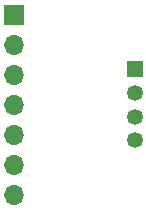
<source format=gbr>
%TF.GenerationSoftware,KiCad,Pcbnew,7.0.10-7.0.10~ubuntu22.04.1*%
%TF.CreationDate,2024-08-18T21:11:38-07:00*%
%TF.ProjectId,xl_maxsonar_adapter,786c5f6d-6178-4736-9f6e-61725f616461,rev?*%
%TF.SameCoordinates,Original*%
%TF.FileFunction,Soldermask,Top*%
%TF.FilePolarity,Negative*%
%FSLAX46Y46*%
G04 Gerber Fmt 4.6, Leading zero omitted, Abs format (unit mm)*
G04 Created by KiCad (PCBNEW 7.0.10-7.0.10~ubuntu22.04.1) date 2024-08-18 21:11:38*
%MOMM*%
%LPD*%
G01*
G04 APERTURE LIST*
%ADD10R,1.350000X1.350000*%
%ADD11C,1.350000*%
%ADD12R,1.700000X1.700000*%
%ADD13O,1.700000X1.700000*%
G04 APERTURE END LIST*
D10*
%TO.C,J2*%
X62250000Y-56600000D03*
D11*
X62250000Y-58600000D03*
X62250000Y-60600000D03*
X62250000Y-62600000D03*
%TD*%
D12*
%TO.C,J1*%
X52000000Y-52000000D03*
D13*
X52000000Y-54540000D03*
X52000000Y-57080000D03*
X52000000Y-59620000D03*
X52000000Y-62160000D03*
X52000000Y-64700000D03*
X52000000Y-67240000D03*
%TD*%
M02*

</source>
